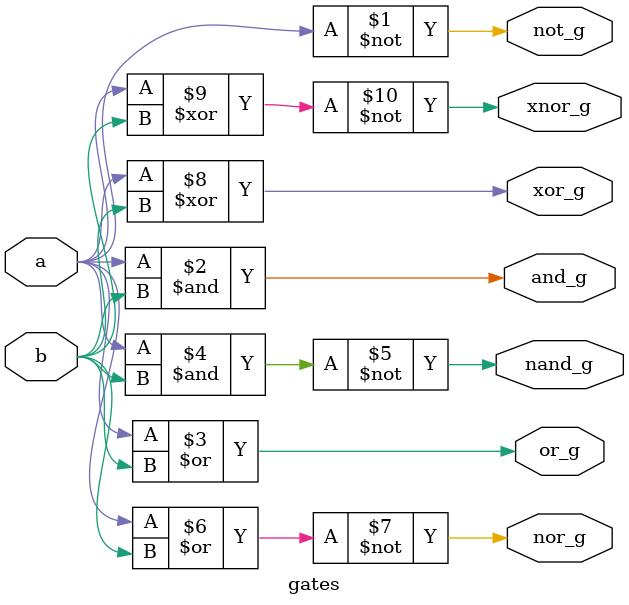
<source format=v>
module gates(input a,b,output not_g,and_g,or_g,nand_g,nor_g,xor_g,xnor_g );


assign not_g=~a;
assign and_g=a&b;
assign or_g=a|b;
assign nand_g=~(a&b);
assign nor_g=~(a|b);
assign xor_g=a^b;
assign xnor_g=~(a^b);
endmodule

</source>
